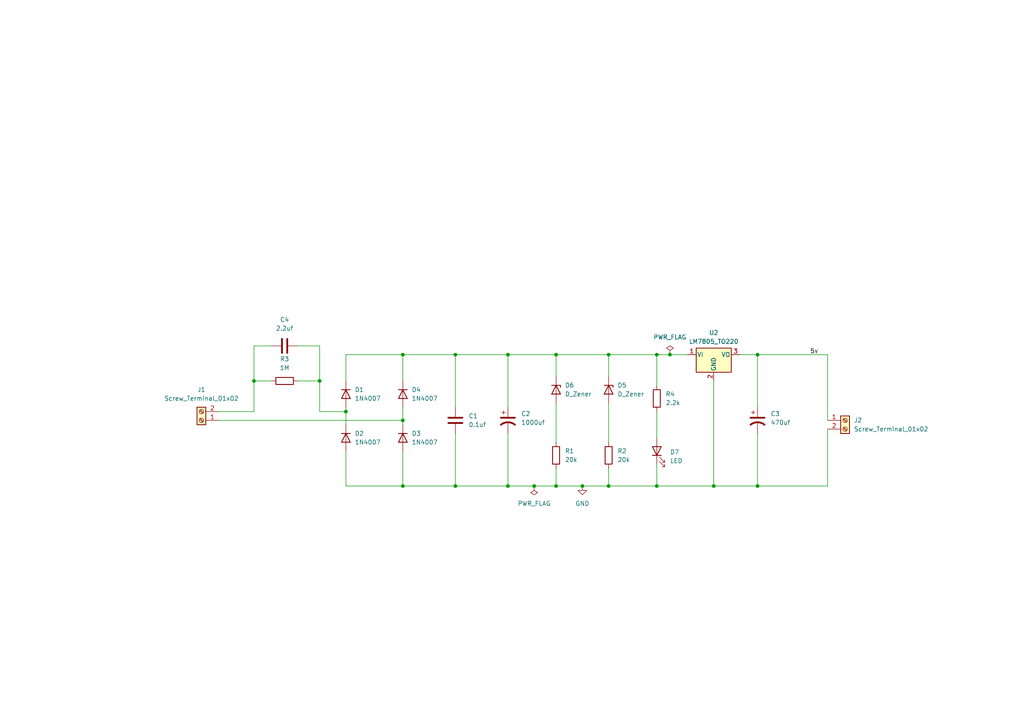
<source format=kicad_sch>
(kicad_sch (version 20250114) (generator "eeschema") (generator_version "9.0")
  (paper "A4")
  (title_block (title "Transformerless Power Supply") (company "Muhammad Hammad ur Rehman"))
  (lib_symbols
    (symbol "Connector:Screw_Terminal_01x02" (pin_names (offset 1.016) (hide yes))
      (property "Reference" "J" (at 0 2.54 0))
      (property "Value" "Screw_Terminal_01x02" (at 0 -5.08 0))
      (symbol "Screw_Terminal_01x02_1_1"
        (rectangle (start -1.27 1.27) (end 1.27 -3.81) (stroke (width 0.254)) (fill (type background)))
        (polyline (pts (xy -0.5334 0.3302) (xy 0.3302 -0.508)) (stroke (width 0.1524)))
        (polyline (pts (xy -0.5334 -2.2098) (xy 0.3302 -3.048)) (stroke (width 0.1524)))
        (polyline (pts (xy -0.3556 0.508) (xy 0.508 -0.3302)) (stroke (width 0.1524)))
        (polyline (pts (xy -0.3556 -2.032) (xy 0.508 -2.8702)) (stroke (width 0.1524)))
        (circle (center 0 0) (radius 0.635) (stroke (width 0.1524)))
        (circle (center 0 -2.54) (radius 0.635) (stroke (width 0.1524)))
        (pin passive line (at -5.08 0 0) (length 3.81) (name "Pin_1") (number "1"))
        (pin passive line (at -5.08 -2.54 0) (length 3.81) (name "Pin_2") (number "2"))
      )
    )
    (symbol "Device:C" (pin_numbers (hide yes)) (pin_names (offset 0.254))
      (property "Reference" "C" (at 0.635 2.54 0))
      (property "Value" "C" (at 0.635 -2.54 0))
      (symbol "C_0_1"
        (polyline (pts (xy -2.032 0.762) (xy 2.032 0.762)) (stroke (width 0.508)))
        (polyline (pts (xy -2.032 -0.762) (xy 2.032 -0.762)) (stroke (width 0.508)))
      )
      (symbol "C_1_1"
        (pin passive line (at 0 3.81 270) (length 2.794) (name "~") (number "1"))
        (pin passive line (at 0 -3.81 90) (length 2.794) (name "~") (number "2"))
      )
    )
    (symbol "Device:C_Polarized_US" (pin_numbers (hide yes)) (pin_names (offset 0.254) (hide yes))
      (property "Reference" "C" (at 0.635 2.54 0))
      (property "Value" "C_Polarized_US" (at 0.635 -2.54 0))
      (symbol "C_Polarized_US_0_1"
        (polyline (pts (xy -2.032 0.762) (xy 2.032 0.762)) (stroke (width 0.508)))
        (polyline (pts (xy -1.778 2.286) (xy -0.762 2.286)))
        (polyline (pts (xy -1.27 1.778) (xy -1.27 2.794)))
        (arc (start -2.032 -1.27) (mid 0 -0.5572) (end 2.032 -1.27) (stroke (width 0.508)))
      )
      (symbol "C_Polarized_US_1_1"
        (pin passive line (at 0 3.81 270) (length 2.794) (name "~") (number "1"))
        (pin passive line (at 0 -3.81 90) (length 3.302) (name "~") (number "2"))
      )
    )
    (symbol "Device:D_Zener" (pin_numbers (hide yes)) (pin_names (offset 1.016) (hide yes))
      (property "Reference" "D" (at 0 2.54 0))
      (property "Value" "D_Zener" (at 0 -2.54 0))
      (symbol "D_Zener_0_1"
        (polyline (pts (xy -1.27 -1.27) (xy -1.27 1.27) (xy -0.762 1.27)) (stroke (width 0.254)))
        (polyline (pts (xy 1.27 0) (xy -1.27 0)))
        (polyline (pts (xy 1.27 -1.27) (xy 1.27 1.27) (xy -1.27 0) (xy 1.27 -1.27)) (stroke (width 0.254)))
      )
      (symbol "D_Zener_1_1"
        (pin passive line (at -3.81 0 0) (length 2.54) (name "K") (number "1"))
        (pin passive line (at 3.81 0 180) (length 2.54) (name "A") (number "2"))
      )
    )
    (symbol "Device:LED" (pin_numbers (hide yes)) (pin_names (offset 1.016) (hide yes))
      (property "Reference" "D" (at 0 2.54 0))
      (property "Value" "LED" (at 0 -2.54 0))
      (symbol "LED_0_1"
        (polyline (pts (xy -3.048 -0.762) (xy -4.572 -2.286) (xy -3.81 -2.286) (xy -4.572 -2.286) (xy -4.572 -1.524)))
        (polyline (pts (xy -1.778 -0.762) (xy -3.302 -2.286) (xy -2.54 -2.286) (xy -3.302 -2.286) (xy -3.302 -1.524)))
        (polyline (pts (xy -1.27 0) (xy 1.27 0)))
        (polyline (pts (xy -1.27 -1.27) (xy -1.27 1.27)) (stroke (width 0.254)))
        (polyline (pts (xy 1.27 -1.27) (xy 1.27 1.27) (xy -1.27 0) (xy 1.27 -1.27)) (stroke (width 0.254)))
      )
      (symbol "LED_1_1"
        (pin passive line (at -3.81 0 0) (length 2.54) (name "K") (number "1"))
        (pin passive line (at 3.81 0 180) (length 2.54) (name "A") (number "2"))
      )
    )
    (symbol "Device:R" (pin_numbers (hide yes)) (pin_names (offset 0))
      (property "Reference" "R" (at 2.032 0 90))
      (property "Value" "R" (at 0 0 90))
      (symbol "R_0_1"
        (rectangle (start -1.016 -2.54) (end 1.016 2.54) (stroke (width 0.254)))
      )
      (symbol "R_1_1"
        (pin passive line (at 0 3.81 270) (length 1.27) (name "~") (number "1"))
        (pin passive line (at 0 -3.81 90) (length 1.27) (name "~") (number "2"))
      )
    )
    (symbol "Diode:1N4007" (pin_numbers (hide yes)) (pin_names (hide yes))
      (property "Reference" "D" (at 0 2.54 0))
      (property "Value" "1N4007" (at 0 -2.54 0))
      (symbol "1N4007_0_1"
        (polyline (pts (xy -1.27 1.27) (xy -1.27 -1.27)) (stroke (width 0.254)))
        (polyline (pts (xy 1.27 1.27) (xy 1.27 -1.27) (xy -1.27 0) (xy 1.27 1.27)) (stroke (width 0.254)))
        (polyline (pts (xy 1.27 0) (xy -1.27 0)))
      )
      (symbol "1N4007_1_1"
        (pin passive line (at -3.81 0 0) (length 2.54) (name "K") (number "1"))
        (pin passive line (at 3.81 0 180) (length 2.54) (name "A") (number "2"))
      )
    )
    (symbol "Regulator_Linear:LM7805_TO220" (pin_names (offset 0.254))
      (property "Reference" "U" (at -3.81 3.175 0))
      (property "Value" "LM7805_TO220" (at 0 3.175 0))
      (symbol "LM7805_TO220_0_1"
        (rectangle (start -5.08 1.905) (end 5.08 -5.08) (stroke (width 0.254)) (fill (type background)))
      )
      (symbol "LM7805_TO220_1_1"
        (pin power_in line (at -7.62 0 0) (length 2.54) (name "VI") (number "1"))
        (pin power_in line (at 0 -7.62 90) (length 2.54) (name "GND") (number "2"))
        (pin power_out line (at 7.62 0 180) (length 2.54) (name "VO") (number "3"))
      )
    )
    (symbol "power:GND" (power) (pin_numbers (hide yes)) (pin_names (offset 0) (hide yes))
      (property "Value" "GND" (at 0 -3.81 0))
      (symbol "GND_0_1"
        (polyline (pts (xy 0 0) (xy 0 -1.27) (xy 1.27 -1.27) (xy 0 -2.54) (xy -1.27 -1.27) (xy 0 -1.27)))
      )
      (symbol "GND_1_1"
        (pin power_in line (at 0 0 270) (length 0) (name "~") (number "1"))
      )
    )
    (symbol "power:PWR_FLAG" (power) (pin_numbers (hide yes)) (pin_names (offset 0) (hide yes))
      (property "Value" "PWR_FLAG" (at 0 3.81 0))
      (symbol "PWR_FLAG_0_0"
        (pin power_out line (at 0 0 90) (length 0) (name "~") (number "1"))
      )
      (symbol "PWR_FLAG_0_1"
        (polyline (pts (xy 0 0) (xy 0 1.27) (xy -1.016 1.905) (xy 0 2.54) (xy 1.016 1.905) (xy 0 1.27)))
      )
    )
  )
  (junction (at 100.33 119.38))
  (junction (at 190.5 102.87))
  (junction (at 147.32 140.97))
  (junction (at 194.31 102.87))
  (junction (at 176.53 102.87))
  (junction (at 219.71 102.87))
  (junction (at 132.08 140.97))
  (junction (at 190.5 140.97))
  (junction (at 116.84 121.92))
  (junction (at 154.94 140.97))
  (junction (at 73.66 110.49))
  (junction (at 116.84 140.97))
  (junction (at 176.53 140.97))
  (junction (at 147.32 102.87))
  (junction (at 161.29 102.87))
  (junction (at 168.91 140.97))
  (junction (at 116.84 102.87))
  (junction (at 207.01 140.97))
  (junction (at 92.71 110.49))
  (junction (at 132.08 102.87))
  (junction (at 219.71 140.97))
  (junction (at 161.29 140.97))
  (wire (pts (xy 190.5 140.97) (xy 207.01 140.97)))
  (wire (pts (xy 168.91 140.97) (xy 161.29 140.97)))
  (wire (pts (xy 214.63 102.87) (xy 219.71 102.87)))
  (wire (pts (xy 132.08 125.73) (xy 132.08 140.97)))
  (wire (pts (xy 78.74 100.33) (xy 73.66 100.33)))
  (wire (pts (xy 147.32 125.73) (xy 147.32 140.97)))
  (wire (pts (xy 190.5 102.87) (xy 194.31 102.87)))
  (wire (pts (xy 73.66 119.38) (xy 73.66 110.49)))
  (wire (pts (xy 100.33 110.49) (xy 100.33 102.87)))
  (wire (pts (xy 92.71 110.49) (xy 92.71 100.33)))
  (wire (pts (xy 116.84 140.97) (xy 116.84 130.81)))
  (wire (pts (xy 190.5 119.38) (xy 190.5 127)))
  (wire (pts (xy 161.29 140.97) (xy 154.94 140.97)))
  (wire (pts (xy 86.36 110.49) (xy 92.71 110.49)))
  (wire (pts (xy 240.03 102.87) (xy 219.71 102.87)))
  (wire (pts (xy 100.33 102.87) (xy 116.84 102.87)))
  (wire (pts (xy 161.29 102.87) (xy 147.32 102.87)))
  (wire (pts (xy 63.5 121.92) (xy 116.84 121.92)))
  (wire (pts (xy 240.03 121.92) (xy 240.03 102.87)))
  (wire (pts (xy 132.08 118.11) (xy 132.08 102.87)))
  (wire (pts (xy 176.53 140.97) (xy 190.5 140.97)))
  (wire (pts (xy 176.53 109.22) (xy 176.53 102.87)))
  (wire (pts (xy 116.84 102.87) (xy 116.84 110.49)))
  (wire (pts (xy 116.84 118.11) (xy 116.84 121.92)))
  (wire (pts (xy 190.5 134.62) (xy 190.5 140.97)))
  (wire (pts (xy 161.29 109.22) (xy 161.29 102.87)))
  (wire (pts (xy 176.53 116.84) (xy 176.53 128.27)))
  (wire (pts (xy 63.5 119.38) (xy 73.66 119.38)))
  (wire (pts (xy 194.31 102.87) (xy 199.39 102.87)))
  (wire (pts (xy 219.71 125.73) (xy 219.71 140.97)))
  (wire (pts (xy 176.53 135.89) (xy 176.53 140.97)))
  (wire (pts (xy 100.33 130.81) (xy 100.33 140.97)))
  (wire (pts (xy 132.08 140.97) (xy 116.84 140.97)))
  (wire (pts (xy 190.5 102.87) (xy 190.5 111.76)))
  (wire (pts (xy 100.33 123.19) (xy 100.33 119.38)))
  (wire (pts (xy 92.71 100.33) (xy 86.36 100.33)))
  (wire (pts (xy 100.33 140.97) (xy 116.84 140.97)))
  (wire (pts (xy 147.32 102.87) (xy 132.08 102.87)))
  (wire (pts (xy 92.71 110.49) (xy 92.71 119.38)))
  (wire (pts (xy 116.84 121.92) (xy 116.84 123.19)))
  (wire (pts (xy 207.01 110.49) (xy 207.01 140.97)))
  (wire (pts (xy 240.03 124.46) (xy 240.03 140.97)))
  (wire (pts (xy 132.08 102.87) (xy 116.84 102.87)))
  (wire (pts (xy 147.32 118.11) (xy 147.32 102.87)))
  (wire (pts (xy 100.33 119.38) (xy 100.33 118.11)))
  (wire (pts (xy 240.03 140.97) (xy 219.71 140.97)))
  (wire (pts (xy 219.71 102.87) (xy 219.71 118.11)))
  (wire (pts (xy 73.66 110.49) (xy 78.74 110.49)))
  (wire (pts (xy 176.53 102.87) (xy 190.5 102.87)))
  (wire (pts (xy 176.53 140.97) (xy 168.91 140.97)))
  (wire (pts (xy 161.29 102.87) (xy 176.53 102.87)))
  (wire (pts (xy 161.29 135.89) (xy 161.29 140.97)))
  (wire (pts (xy 92.71 119.38) (xy 100.33 119.38)))
  (wire (pts (xy 207.01 140.97) (xy 219.71 140.97)))
  (wire (pts (xy 154.94 140.97) (xy 147.32 140.97)))
  (wire (pts (xy 73.66 100.33) (xy 73.66 110.49)))
  (wire (pts (xy 161.29 116.84) (xy 161.29 128.27)))
  (wire (pts (xy 147.32 140.97) (xy 132.08 140.97)))
  (label "5v" (at 234.95 102.87 0))
  (symbol (lib_id "Diode:1N4007") (at 116.84 127 270) (unit 1)
    (property "Reference" "D3" (at 119.38 125.7299 90) (effects (justify left)))
    (property "Value" "1N4007" (at 119.38 128.2699 90) (effects (justify left)))
    (property "Footprint" "Diode_THT:D_DO-41_SOD81_P10.16mm_Horizontal" (effects (hide yes)))
    (property "Datasheet" "http://www.vishay.com/docs/88503/1n4001.pdf" (effects (hide yes)))
    (property "Description" "1000V 1A General Purpose Rectifier Diode, DO-41" (effects (hide yes)))
    (property "Sim.Device" "D" (effects (hide yes)))
    (property "Sim.Pins" "1=K 2=A" (effects (hide yes)))
  )
  (symbol (lib_id "Connector:Screw_Terminal_01x02") (at 58.42 121.92 180) (unit 1)
    (property "Reference" "J1" (at 58.42 113.03 0))
    (property "Value" "Screw_Terminal_01x02" (at 58.42 115.57 0))
    (property "Footprint" "TerminalBlock:TerminalBlock_bornier-2_P5.08mm" (effects (hide yes)))
    (property "Description" "Generic screw terminal, single row, 01x02, script generated (kicad-library-utils/schlib/autogen/connector/)" (effects (hide yes)))
  )
  (symbol (lib_id "Diode:1N4007") (at 100.33 114.3 270) (unit 1)
    (property "Reference" "D1" (at 102.87 113.0299 90) (effects (justify left)))
    (property "Value" "1N4007" (at 102.87 115.5699 90) (effects (justify left)))
    (property "Footprint" "Diode_THT:D_DO-41_SOD81_P10.16mm_Horizontal" (effects (hide yes)))
    (property "Datasheet" "http://www.vishay.com/docs/88503/1n4001.pdf" (effects (hide yes)))
    (property "Description" "1000V 1A General Purpose Rectifier Diode, DO-41" (effects (hide yes)))
    (property "Sim.Device" "D" (effects (hide yes)))
    (property "Sim.Pins" "1=K 2=A" (effects (hide yes)))
  )
  (symbol (lib_id "Connector:Screw_Terminal_01x02") (at 245.11 121.92 0) (unit 1)
    (property "Reference" "J2" (at 247.65 121.9199 0) (effects (justify left)))
    (property "Value" "Screw_Terminal_01x02" (at 247.65 124.4599 0) (effects (justify left)))
    (property "Footprint" "TerminalBlock:TerminalBlock_bornier-2_P5.08mm" (effects (hide yes)))
    (property "Description" "Generic screw terminal, single row, 01x02, script generated (kicad-library-utils/schlib/autogen/connector/)" (effects (hide yes)))
  )
  (symbol (lib_id "Device:D_Zener") (at 176.53 113.03 270) (unit 1)
    (property "Reference" "D5" (at 179.07 111.7599 90) (effects (justify left)))
    (property "Value" "D_Zener" (at 179.07 114.2999 90) (effects (justify left)))
    (property "Footprint" "Diode_THT:D_A-405_P7.62mm_Horizontal" (effects (hide yes)))
    (property "Description" "Zener diode" (effects (hide yes)))
  )
  (symbol (lib_id "power:GND") (at 168.91 140.97 0) (unit 1)
    (property "Reference" "#PWR01" (effects (hide yes)))
    (property "Value" "GND" (at 168.91 146.05 0))
    (property "Description" "Power symbol creates a global label with name \"GND\" , ground" (effects (hide yes)))
  )
  (symbol (lib_id "Device:R") (at 176.53 132.08 0) (unit 1)
    (property "Reference" "R2" (at 179.07 130.8099 0) (effects (justify left)))
    (property "Value" "20k" (at 179.07 133.3499 0) (effects (justify left)))
    (property "Footprint" "Resistor_THT:R_Axial_DIN0207_L6.3mm_D2.5mm_P7.62mm_Horizontal" (effects (hide yes)))
    (property "Description" "Resistor" (effects (hide yes)))
  )
  (symbol (lib_id "Device:C_Polarized_US") (at 219.71 121.92 0) (unit 1)
    (property "Reference" "C3" (at 223.52 120.0149 0) (effects (justify left)))
    (property "Value" "470uf" (at 223.52 122.5549 0) (effects (justify left)))
    (property "Footprint" "Capacitor_THT:CP_Radial_D10.0mm_P3.80mm" (effects (hide yes)))
    (property "Description" "Polarized capacitor, US symbol" (effects (hide yes)))
  )
  (symbol (lib_id "Diode:1N4007") (at 116.84 114.3 270) (unit 1)
    (property "Reference" "D4" (at 119.38 113.0299 90) (effects (justify left)))
    (property "Value" "1N4007" (at 119.38 115.5699 90) (effects (justify left)))
    (property "Footprint" "Diode_THT:D_DO-41_SOD81_P10.16mm_Horizontal" (effects (hide yes)))
    (property "Datasheet" "http://www.vishay.com/docs/88503/1n4001.pdf" (effects (hide yes)))
    (property "Description" "1000V 1A General Purpose Rectifier Diode, DO-41" (effects (hide yes)))
    (property "Sim.Device" "D" (effects (hide yes)))
    (property "Sim.Pins" "1=K 2=A" (effects (hide yes)))
  )
  (symbol (lib_id "power:PWR_FLAG") (at 194.31 102.87 0) (unit 1)
    (property "Reference" "#FLG01" (effects (hide yes)))
    (property "Value" "PWR_FLAG" (at 194.31 97.79 0))
    (property "Description" "Special symbol for telling ERC where power comes from" (effects (hide yes)))
  )
  (symbol (lib_id "Regulator_Linear:LM7805_TO220") (at 207.01 102.87 0) (unit 1)
    (property "Reference" "U2" (at 207.01 96.52 0))
    (property "Value" "LM7805_TO220" (at 207.01 99.06 0))
    (property "Footprint" "Package_TO_SOT_THT:TO-220-3_Vertical" (effects (hide yes)))
    (property "Datasheet" "https://www.onsemi.cn/PowerSolutions/document/MC7800-D.PDF" (effects (hide yes)))
    (property "Description" "Positive 1A 35V Linear Regulator, Fixed Output 5V, TO-220" (effects (hide yes)))
  )
  (symbol (lib_id "Device:D_Zener") (at 161.29 113.03 270) (unit 1)
    (property "Reference" "D6" (at 163.83 111.7599 90) (effects (justify left)))
    (property "Value" "D_Zener" (at 163.83 114.2999 90) (effects (justify left)))
    (property "Footprint" "Diode_THT:D_A-405_P7.62mm_Horizontal" (effects (hide yes)))
    (property "Description" "Zener diode" (effects (hide yes)))
  )
  (symbol (lib_id "power:PWR_FLAG") (at 154.94 140.97 180) (unit 1)
    (property "Reference" "#FLG02" (effects (hide yes)))
    (property "Value" "PWR_FLAG" (at 154.94 146.05 0))
    (property "Description" "Special symbol for telling ERC where power comes from" (effects (hide yes)))
  )
  (symbol (lib_id "Device:R") (at 82.55 110.49 90) (unit 1)
    (property "Reference" "R3" (at 82.55 104.14 90))
    (property "Value" "1M" (at 82.55 106.68 90))
    (property "Footprint" "Resistor_THT:R_Axial_DIN0207_L6.3mm_D2.5mm_P7.62mm_Horizontal" (effects (hide yes)))
    (property "Description" "Resistor" (effects (hide yes)))
  )
  (symbol (lib_id "Device:C_Polarized_US") (at 147.32 121.92 0) (unit 1)
    (property "Reference" "C2" (at 151.13 120.0149 0) (effects (justify left)))
    (property "Value" "1000uf" (at 151.13 122.5549 0) (effects (justify left)))
    (property "Footprint" "Capacitor_THT:CP_Radial_D10.0mm_P5.00mm" (effects (hide yes)))
    (property "Description" "Polarized capacitor, US symbol" (effects (hide yes)))
  )
  (symbol (lib_id "Device:C") (at 82.55 100.33 90) (unit 1)
    (property "Reference" "C4" (at 82.55 92.71 90))
    (property "Value" "2.2uf" (at 82.55 95.25 90))
    (property "Footprint" "Capacitor_THT:C_Rect_L18.0mm_W6.0mm_P15.00mm_FKS3_FKP3" (effects (hide yes)))
    (property "Description" "Unpolarized capacitor" (effects (hide yes)))
  )
  (symbol (lib_id "Diode:1N4007") (at 100.33 127 270) (unit 1)
    (property "Reference" "D2" (at 102.87 125.7299 90) (effects (justify left)))
    (property "Value" "1N4007" (at 102.87 128.2699 90) (effects (justify left)))
    (property "Footprint" "Diode_THT:D_DO-41_SOD81_P10.16mm_Horizontal" (effects (hide yes)))
    (property "Datasheet" "http://www.vishay.com/docs/88503/1n4001.pdf" (effects (hide yes)))
    (property "Description" "1000V 1A General Purpose Rectifier Diode, DO-41" (effects (hide yes)))
    (property "Sim.Device" "D" (effects (hide yes)))
    (property "Sim.Pins" "1=K 2=A" (effects (hide yes)))
  )
  (symbol (lib_id "Device:LED") (at 190.5 130.81 90) (unit 1)
    (property "Reference" "D7" (at 194.31 131.1274 90) (effects (justify right)))
    (property "Value" "LED" (at 194.31 133.6674 90) (effects (justify right)))
    (property "Footprint" "LED_THT:LED_D5.0mm" (effects (hide yes)))
    (property "Description" "Light emitting diode" (effects (hide yes)))
    (property "Sim.Pins" "1=K 2=A" (effects (hide yes)))
  )
  (symbol (lib_id "Device:C") (at 132.08 121.92 0) (unit 1)
    (property "Reference" "C1" (at 135.89 120.6499 0) (effects (justify left)))
    (property "Value" "0.1uf" (at 135.89 123.1899 0) (effects (justify left)))
    (property "Footprint" "Capacitor_THT:C_Disc_D4.7mm_W2.5mm_P5.00mm" (effects (hide yes)))
    (property "Description" "Unpolarized capacitor" (effects (hide yes)))
  )
  (symbol (lib_id "Device:R") (at 161.29 132.08 0) (unit 1)
    (property "Reference" "R1" (at 163.83 130.8099 0) (effects (justify left)))
    (property "Value" "20k" (at 163.83 133.3499 0) (effects (justify left)))
    (property "Footprint" "Resistor_THT:R_Axial_DIN0207_L6.3mm_D2.5mm_P7.62mm_Horizontal" (effects (hide yes)))
    (property "Description" "Resistor" (effects (hide yes)))
  )
  (symbol (lib_id "Device:R") (at 190.5 115.57 0) (unit 1)
    (property "Reference" "R4" (at 193.04 114.2999 0) (effects (justify left)))
    (property "Value" "2.2k" (at 193.04 116.8399 0) (effects (justify left)))
    (property "Footprint" "Resistor_THT:R_Axial_DIN0207_L6.3mm_D2.5mm_P7.62mm_Horizontal" (effects (hide yes)))
    (property "Description" "Resistor" (effects (hide yes)))
  )
)
</source>
